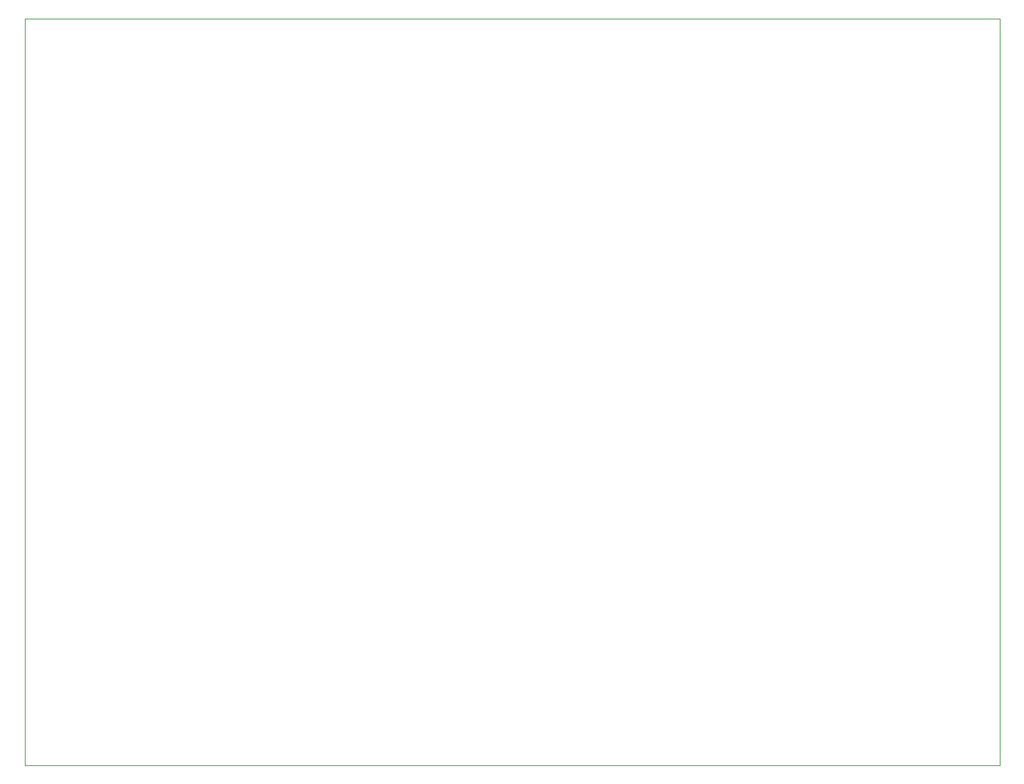
<source format=gbr>
%TF.GenerationSoftware,KiCad,Pcbnew,7.0.11+dfsg-1build4*%
%TF.CreationDate,2025-05-04T19:09:06+02:00*%
%TF.ProjectId,cpu_board_03,6370755f-626f-4617-9264-5f30332e6b69,rev?*%
%TF.SameCoordinates,Original*%
%TF.FileFunction,Profile,NP*%
%FSLAX46Y46*%
G04 Gerber Fmt 4.6, Leading zero omitted, Abs format (unit mm)*
G04 Created by KiCad (PCBNEW 7.0.11+dfsg-1build4) date 2025-05-04 19:09:06*
%MOMM*%
%LPD*%
G01*
G04 APERTURE LIST*
%TA.AperFunction,Profile*%
%ADD10C,0.050000*%
%TD*%
G04 APERTURE END LIST*
D10*
X22860000Y-15240000D02*
X142240000Y-15240000D01*
X142240000Y-106680000D01*
X22860000Y-106680000D01*
X22860000Y-15240000D01*
M02*

</source>
